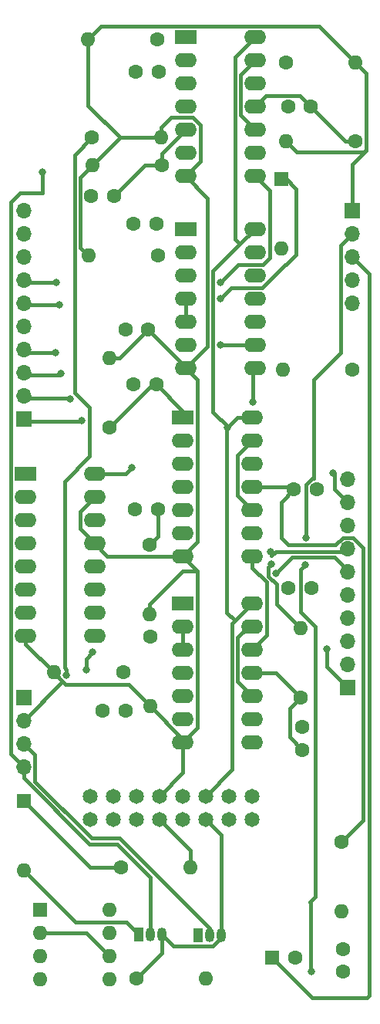
<source format=gbr>
%TF.GenerationSoftware,KiCad,Pcbnew,7.0.9-7.0.9~ubuntu22.04.1*%
%TF.CreationDate,2024-02-03T20:02:18-05:00*%
%TF.ProjectId,deca-ring-counter,64656361-2d72-4696-9e67-2d636f756e74,rev?*%
%TF.SameCoordinates,Original*%
%TF.FileFunction,Copper,L2,Bot*%
%TF.FilePolarity,Positive*%
%FSLAX46Y46*%
G04 Gerber Fmt 4.6, Leading zero omitted, Abs format (unit mm)*
G04 Created by KiCad (PCBNEW 7.0.9-7.0.9~ubuntu22.04.1) date 2024-02-03 20:02:18*
%MOMM*%
%LPD*%
G01*
G04 APERTURE LIST*
%TA.AperFunction,ComponentPad*%
%ADD10R,1.050000X1.500000*%
%TD*%
%TA.AperFunction,ComponentPad*%
%ADD11O,1.050000X1.500000*%
%TD*%
%TA.AperFunction,ComponentPad*%
%ADD12C,1.600000*%
%TD*%
%TA.AperFunction,ComponentPad*%
%ADD13O,1.600000X1.600000*%
%TD*%
%TA.AperFunction,ComponentPad*%
%ADD14R,1.600000X1.600000*%
%TD*%
%TA.AperFunction,ComponentPad*%
%ADD15R,1.700000X1.700000*%
%TD*%
%TA.AperFunction,ComponentPad*%
%ADD16O,1.700000X1.700000*%
%TD*%
%TA.AperFunction,ComponentPad*%
%ADD17R,2.400000X1.600000*%
%TD*%
%TA.AperFunction,ComponentPad*%
%ADD18O,2.400000X1.600000*%
%TD*%
%TA.AperFunction,ComponentPad*%
%ADD19C,1.651000*%
%TD*%
%TA.AperFunction,ViaPad*%
%ADD20C,0.800000*%
%TD*%
%TA.AperFunction,Conductor*%
%ADD21C,0.400000*%
%TD*%
G04 APERTURE END LIST*
D10*
%TO.P,Q2,1,C*%
%TO.N,GND*%
X170230000Y-142820000D03*
D11*
%TO.P,Q2,2,B*%
%TO.N,/Circuit panel/reset in*%
X171500000Y-142820000D03*
%TO.P,Q2,3,E*%
%TO.N,+5V*%
X172770000Y-142820000D03*
%TD*%
D12*
%TO.P,R8,1*%
%TO.N,Net-(D11-K)*%
X161790000Y-135360000D03*
D13*
%TO.P,R8,2*%
%TO.N,GND*%
X169410000Y-135360000D03*
%TD*%
D12*
%TO.P,R6,1*%
%TO.N,Net-(U6E-I)*%
X187500000Y-55660000D03*
D13*
%TO.P,R6,2*%
%TO.N,GND*%
X179880000Y-55660000D03*
%TD*%
D12*
%TO.P,C8,1*%
%TO.N,Net-(D22-A)*%
X162293000Y-76376000D03*
%TO.P,C8,2*%
%TO.N,GND*%
X164793000Y-76376000D03*
%TD*%
%TO.P,R7,1*%
%TO.N,Net-(U3A-I)*%
X165849000Y-68248000D03*
D13*
%TO.P,R7,2*%
%TO.N,GND*%
X158229000Y-68248000D03*
%TD*%
%TO.P,D22,2,A*%
%TO.N,Net-(D22-A)*%
X179400000Y-67420000D03*
D14*
%TO.P,D22,1,K*%
%TO.N,Net-(D22-K)*%
X179400000Y-59800000D03*
%TD*%
D12*
%TO.P,C12,1*%
%TO.N,Net-(U8C-I)*%
X165850000Y-96060000D03*
%TO.P,C12,2*%
%TO.N,/Circuit panel/trigger step 5*%
X163350000Y-96060000D03*
%TD*%
D14*
%TO.P,D11,1,K*%
%TO.N,Net-(D11-K)*%
X151100000Y-128050000D03*
D13*
%TO.P,D11,2,A*%
%TO.N,Net-(D11-A)*%
X151100000Y-135670000D03*
%TD*%
D12*
%TO.P,R2,1*%
%TO.N,Net-(U6A-I)*%
X165810000Y-44460000D03*
D13*
%TO.P,R2,2*%
%TO.N,GND*%
X158190000Y-44460000D03*
%TD*%
D15*
%TO.P,J5,1,Pin_1*%
%TO.N,/Circuit panel/gate_out*%
X151090000Y-116687531D03*
D16*
%TO.P,J5,2,Pin_2*%
%TO.N,GND*%
X151090000Y-119227531D03*
%TO.P,J5,3,Pin_3*%
%TO.N,/Circuit panel/reset in*%
X151090000Y-121767531D03*
%TO.P,J5,4,Pin_4*%
%TO.N,/Circuit panel/clock in*%
X151090000Y-124307531D03*
%TD*%
D17*
%TO.P,U3,1,I*%
%TO.N,Net-(U3A-I)*%
X168900000Y-65320000D03*
D18*
%TO.P,U3,2,O*%
%TO.N,Net-(U3A-O)*%
X168900000Y-67860000D03*
%TO.P,U3,3,I*%
X168900000Y-70400000D03*
%TO.P,U3,4,O*%
%TO.N,Net-(U1B-O)*%
X168900000Y-72940000D03*
%TO.P,U3,5,I*%
X168900000Y-75480000D03*
%TO.P,U3,6,O*%
%TO.N,Net-(D22-K)*%
X168900000Y-78020000D03*
%TO.P,U3,7,VSS*%
%TO.N,GND*%
X168900000Y-80560000D03*
%TO.P,U3,8,O*%
%TO.N,/Circuit panel/gate_out*%
X176520000Y-80560000D03*
%TO.P,U3,9,I*%
%TO.N,Net-(D22-A)*%
X176520000Y-78020000D03*
%TO.P,U3,10*%
%TO.N,N/C*%
X176520000Y-75480000D03*
%TO.P,U3,11*%
X176520000Y-72940000D03*
%TO.P,U3,12*%
X176520000Y-70400000D03*
%TO.P,U3,13*%
X176520000Y-67860000D03*
%TO.P,U3,14,VDD*%
%TO.N,+5V*%
X176520000Y-65320000D03*
%TD*%
D15*
%TO.P,J10,1,Pin_1*%
%TO.N,/Circuit panel/trigger step 10*%
X186680000Y-115651643D03*
D16*
%TO.P,J10,2,Pin_2*%
%TO.N,/Circuit panel/trigger step 9*%
X186680000Y-113111643D03*
%TO.P,J10,3,Pin_3*%
%TO.N,/Circuit panel/trigger step 8*%
X186680000Y-110571643D03*
%TO.P,J10,4,Pin_4*%
%TO.N,/Circuit panel/trigger step 7*%
X186680000Y-108031643D03*
%TO.P,J10,5,Pin_5*%
%TO.N,/Circuit panel/trigger step 6*%
X186680000Y-105491643D03*
%TO.P,J10,6,Pin_6*%
%TO.N,/Circuit panel/trigger step 5*%
X186680000Y-102951643D03*
%TO.P,J10,7,Pin_7*%
%TO.N,/Circuit panel/trigger step 4*%
X186680000Y-100411643D03*
%TO.P,J10,8,Pin_8*%
%TO.N,/Circuit panel/trigger step 3*%
X186680000Y-97871643D03*
%TO.P,J10,9,Pin_9*%
%TO.N,/Circuit panel/trigger step 2*%
X186680000Y-95331643D03*
%TO.P,J10,10,Pin_10*%
%TO.N,/Circuit panel/trigger step 1*%
X186680000Y-92791643D03*
%TD*%
D12*
%TO.P,C3,1*%
%TO.N,Net-(U1E-I)*%
X181700000Y-122460000D03*
%TO.P,C3,2*%
%TO.N,/Circuit panel/trigger step 9*%
X181700000Y-119960000D03*
%TD*%
%TO.P,C2,1*%
%TO.N,Net-(U6A-I)*%
X165934000Y-48072000D03*
%TO.P,C2,2*%
%TO.N,/Circuit panel/trigger step 1*%
X163434000Y-48072000D03*
%TD*%
D15*
%TO.P,J8,1,Pin_1*%
%TO.N,/Circuit panel/step 10*%
X151168140Y-86149174D03*
D16*
%TO.P,J8,2,Pin_2*%
%TO.N,/Circuit panel/step 9*%
X151168140Y-83609174D03*
%TO.P,J8,3,Pin_3*%
%TO.N,/Circuit panel/step 8*%
X151168140Y-81069174D03*
%TO.P,J8,4,Pin_4*%
%TO.N,/Circuit panel/step 7*%
X151168140Y-78529174D03*
%TO.P,J8,5,Pin_5*%
%TO.N,/Circuit panel/step 6*%
X151168140Y-75989174D03*
%TO.P,J8,6,Pin_6*%
%TO.N,/Circuit panel/step 5*%
X151168140Y-73449174D03*
%TO.P,J8,7,Pin_7*%
%TO.N,/Circuit panel/step 4*%
X151168140Y-70909174D03*
%TO.P,J8,8,Pin_8*%
%TO.N,/Circuit panel/step 3*%
X151168140Y-68369174D03*
%TO.P,J8,9,Pin_9*%
%TO.N,/Circuit panel/step 2*%
X151168140Y-65829174D03*
%TO.P,J8,10,Pin_10*%
%TO.N,/Circuit panel/step 1*%
X151168140Y-63289174D03*
%TD*%
D12*
%TO.P,C4,1*%
%TO.N,Net-(U6C-I)*%
X161034000Y-61722000D03*
%TO.P,C4,2*%
%TO.N,/Circuit panel/trigger step 2*%
X158534000Y-61722000D03*
%TD*%
D14*
%TO.P,U4,1,GND*%
%TO.N,GND*%
X152920000Y-140007531D03*
D13*
%TO.P,U4,2,TR*%
%TO.N,/Circuit panel/clock rate 2*%
X152920000Y-142547531D03*
%TO.P,U4,3,Q*%
%TO.N,Net-(U2-CLK)*%
X152920000Y-145087531D03*
%TO.P,U4,4,R*%
%TO.N,Net-(D11-K)*%
X152920000Y-147627531D03*
%TO.P,U4,5,CV*%
%TO.N,Net-(U4-CV)*%
X160540000Y-147627531D03*
%TO.P,U4,6,THR*%
%TO.N,/Circuit panel/clock rate 2*%
X160540000Y-145087531D03*
%TO.P,U4,7,DIS*%
%TO.N,/Circuit panel/clock rate 1*%
X160540000Y-142547531D03*
%TO.P,U4,8,VCC*%
%TO.N,+5V*%
X160540000Y-140007531D03*
%TD*%
D12*
%TO.P,C10,1*%
%TO.N,Net-(U8A-I)*%
X165684000Y-82372000D03*
%TO.P,C10,2*%
%TO.N,/Circuit panel/trigger step 4*%
X163184000Y-82372000D03*
%TD*%
D17*
%TO.P,U2,1,Q5*%
%TO.N,/Circuit panel/step 6*%
X151300000Y-92200000D03*
D18*
%TO.P,U2,2,Q1*%
%TO.N,/Circuit panel/step 2*%
X151300000Y-94740000D03*
%TO.P,U2,3,Q0*%
%TO.N,/Circuit panel/step 1*%
X151300000Y-97280000D03*
%TO.P,U2,4,Q2*%
%TO.N,/Circuit panel/step 3*%
X151300000Y-99820000D03*
%TO.P,U2,5,Q6*%
%TO.N,/Circuit panel/step 7*%
X151300000Y-102360000D03*
%TO.P,U2,6,Q7*%
%TO.N,/Circuit panel/step 8*%
X151300000Y-104900000D03*
%TO.P,U2,7,Q3*%
%TO.N,/Circuit panel/step 4*%
X151300000Y-107440000D03*
%TO.P,U2,8,VSS*%
%TO.N,GND*%
X151300000Y-109980000D03*
%TO.P,U2,9,Q8*%
%TO.N,/Circuit panel/step 9*%
X158920000Y-109980000D03*
%TO.P,U2,10,Q4*%
%TO.N,/Circuit panel/step 5*%
X158920000Y-107440000D03*
%TO.P,U2,11,Q9*%
%TO.N,/Circuit panel/step 10*%
X158920000Y-104900000D03*
%TO.P,U2,12,Cout*%
%TO.N,unconnected-(U2-Cout-Pad12)*%
X158920000Y-102360000D03*
%TO.P,U2,13,CKEN*%
%TO.N,GND*%
X158920000Y-99820000D03*
%TO.P,U2,14,CLK*%
%TO.N,Net-(U2-CLK)*%
X158920000Y-97280000D03*
%TO.P,U2,15,Reset*%
%TO.N,GND*%
X158920000Y-94740000D03*
%TO.P,U2,16,VDD*%
%TO.N,+5V*%
X158920000Y-92200000D03*
%TD*%
D10*
%TO.P,Q1,1,C*%
%TO.N,Net-(D11-A)*%
X163730000Y-142720000D03*
D11*
%TO.P,Q1,2,B*%
%TO.N,/Circuit panel/clock in*%
X165000000Y-142720000D03*
%TO.P,Q1,3,E*%
%TO.N,+5V*%
X166270000Y-142720000D03*
%TD*%
D12*
%TO.P,C6,1*%
%TO.N,Net-(U6E-I)*%
X182650000Y-51860000D03*
%TO.P,C6,2*%
%TO.N,/Circuit panel/trigger step 3*%
X180150000Y-51860000D03*
%TD*%
%TO.P,R24,1*%
%TO.N,+5V*%
X163490000Y-147560000D03*
D13*
%TO.P,R24,2*%
%TO.N,/Circuit panel/clock rate 1*%
X171110000Y-147560000D03*
%TD*%
D12*
%TO.P,R3,1*%
%TO.N,Net-(U1E-I)*%
X181500000Y-116680000D03*
D13*
%TO.P,R3,2*%
%TO.N,GND*%
X181500000Y-109060000D03*
%TD*%
D12*
%TO.P,R1,1*%
%TO.N,Net-(U1A-I)*%
X165000000Y-110050000D03*
D13*
%TO.P,R1,2*%
%TO.N,GND*%
X165000000Y-117670000D03*
%TD*%
D12*
%TO.P,R13,1*%
%TO.N,/Circuit panel/reset in*%
X158610000Y-55294000D03*
D13*
%TO.P,R13,2*%
%TO.N,GND*%
X166230000Y-55294000D03*
%TD*%
D12*
%TO.P,R10,1*%
%TO.N,Net-(U8A-I)*%
X160534000Y-87122000D03*
D13*
%TO.P,R10,2*%
%TO.N,GND*%
X160534000Y-79502000D03*
%TD*%
D12*
%TO.P,R5,1*%
%TO.N,Net-(U1C-I)*%
X162010000Y-113960000D03*
D13*
%TO.P,R5,2*%
%TO.N,GND*%
X154390000Y-113960000D03*
%TD*%
D12*
%TO.P,R4,1*%
%TO.N,Net-(U6C-I)*%
X166254000Y-58342000D03*
D13*
%TO.P,R4,2*%
%TO.N,GND*%
X158634000Y-58342000D03*
%TD*%
D12*
%TO.P,C7,1*%
%TO.N,Net-(U3A-I)*%
X165684000Y-64772000D03*
%TO.P,C7,2*%
%TO.N,/Circuit panel/trigger step 10*%
X163184000Y-64772000D03*
%TD*%
%TO.P,C13,1*%
%TO.N,Net-(U4-CV)*%
X186200000Y-146810000D03*
%TO.P,C13,2*%
%TO.N,GND*%
X186200000Y-144310000D03*
%TD*%
%TO.P,R25,1*%
%TO.N,Net-(D22-A)*%
X187200000Y-80760000D03*
D13*
%TO.P,R25,2*%
%TO.N,/Circuit panel/gate length*%
X179580000Y-80760000D03*
%TD*%
D15*
%TO.P,J9,1,Pin_1*%
%TO.N,GND*%
X187210000Y-63299531D03*
D16*
%TO.P,J9,2,Pin_2*%
%TO.N,/Circuit panel/clock rate 1*%
X187210000Y-65839531D03*
%TO.P,J9,3,Pin_3*%
%TO.N,/Circuit panel/clock rate 2*%
X187210000Y-68379531D03*
%TO.P,J9,4,Pin_4*%
%TO.N,/Circuit panel/gate length*%
X187210000Y-70919531D03*
%TO.P,J9,5,Pin_5*%
%TO.N,+5V*%
X187210000Y-73459531D03*
%TD*%
D12*
%TO.P,C5,1*%
%TO.N,Net-(U1C-I)*%
X159800000Y-118160000D03*
%TO.P,C5,2*%
%TO.N,/Circuit panel/trigger step 8*%
X162300000Y-118160000D03*
%TD*%
%TO.P,R12,1*%
%TO.N,Net-(U8C-I)*%
X164900000Y-99950000D03*
D13*
%TO.P,R12,2*%
%TO.N,GND*%
X164900000Y-107570000D03*
%TD*%
D12*
%TO.P,C11,1*%
%TO.N,Net-(U8E-I)*%
X180800000Y-93860000D03*
%TO.P,C11,2*%
%TO.N,/Circuit panel/trigger step 6*%
X183300000Y-93860000D03*
%TD*%
%TO.P,R11,1*%
%TO.N,Net-(U8E-I)*%
X186000000Y-132550000D03*
D13*
%TO.P,R11,2*%
%TO.N,GND*%
X186000000Y-140170000D03*
%TD*%
D18*
%TO.P,U1,14,VDD*%
%TO.N,+5V*%
X176220000Y-106360000D03*
%TO.P,U1,13,I*%
%TO.N,Net-(U1E-O)*%
X176220000Y-108900000D03*
%TO.P,U1,12,O*%
%TO.N,Net-(U1B-O)*%
X176220000Y-111440000D03*
%TO.P,U1,11,I*%
%TO.N,Net-(U1E-I)*%
X176220000Y-113980000D03*
%TO.P,U1,10,O*%
%TO.N,Net-(U1E-O)*%
X176220000Y-116520000D03*
%TO.P,U1,9,I*%
%TO.N,Net-(U1C-O)*%
X176220000Y-119060000D03*
%TO.P,U1,8,O*%
%TO.N,Net-(U1B-O)*%
X176220000Y-121600000D03*
%TO.P,U1,7,VSS*%
%TO.N,GND*%
X168600000Y-121600000D03*
%TO.P,U1,6,O*%
%TO.N,Net-(U1C-O)*%
X168600000Y-119060000D03*
%TO.P,U1,5,I*%
%TO.N,Net-(U1C-I)*%
X168600000Y-116520000D03*
%TO.P,U1,4,O*%
%TO.N,Net-(U1B-O)*%
X168600000Y-113980000D03*
%TO.P,U1,3,I*%
%TO.N,Net-(U1A-O)*%
X168600000Y-111440000D03*
%TO.P,U1,2,O*%
X168600000Y-108900000D03*
D17*
%TO.P,U1,1,I*%
%TO.N,Net-(U1A-I)*%
X168600000Y-106360000D03*
%TD*%
%TO.P,U8,1,I*%
%TO.N,Net-(U8A-I)*%
X168600000Y-85960000D03*
D18*
%TO.P,U8,2,O*%
%TO.N,Net-(U8A-O)*%
X168600000Y-88500000D03*
%TO.P,U8,3,I*%
X168600000Y-91040000D03*
%TO.P,U8,4,O*%
%TO.N,Net-(U1B-O)*%
X168600000Y-93580000D03*
%TO.P,U8,5,I*%
%TO.N,Net-(U8C-I)*%
X168600000Y-96120000D03*
%TO.P,U8,6,O*%
%TO.N,Net-(U8C-O)*%
X168600000Y-98660000D03*
%TO.P,U8,7,VSS*%
%TO.N,GND*%
X168600000Y-101200000D03*
%TO.P,U8,8,O*%
%TO.N,Net-(U1B-O)*%
X176220000Y-101200000D03*
%TO.P,U8,9,I*%
%TO.N,Net-(U8C-O)*%
X176220000Y-98660000D03*
%TO.P,U8,10,O*%
%TO.N,Net-(U8E-O)*%
X176220000Y-96120000D03*
%TO.P,U8,11,I*%
%TO.N,Net-(U8E-I)*%
X176220000Y-93580000D03*
%TO.P,U8,12,O*%
%TO.N,Net-(U1B-O)*%
X176220000Y-91040000D03*
%TO.P,U8,13,I*%
%TO.N,Net-(U8E-O)*%
X176220000Y-88500000D03*
%TO.P,U8,14,VDD*%
%TO.N,+5V*%
X176220000Y-85960000D03*
%TD*%
D12*
%TO.P,C1,1*%
%TO.N,Net-(U1A-I)*%
X180200000Y-104660000D03*
%TO.P,C1,2*%
%TO.N,/Circuit panel/trigger step 7*%
X182700000Y-104660000D03*
%TD*%
%TO.P,R9,1*%
%TO.N,/Circuit panel/clock in*%
X179900000Y-47060000D03*
D13*
%TO.P,R9,2*%
%TO.N,GND*%
X187520000Y-47060000D03*
%TD*%
D17*
%TO.P,U6,1,I*%
%TO.N,Net-(U6A-I)*%
X168900000Y-44260000D03*
D18*
%TO.P,U6,2,O*%
%TO.N,Net-(U6A-O)*%
X168900000Y-46800000D03*
%TO.P,U6,3,I*%
X168900000Y-49340000D03*
%TO.P,U6,4,O*%
%TO.N,Net-(U1B-O)*%
X168900000Y-51880000D03*
%TO.P,U6,5,I*%
%TO.N,Net-(U6C-I)*%
X168900000Y-54420000D03*
%TO.P,U6,6,O*%
%TO.N,Net-(U6C-O)*%
X168900000Y-56960000D03*
%TO.P,U6,7,VSS*%
%TO.N,GND*%
X168900000Y-59500000D03*
%TO.P,U6,8,O*%
%TO.N,Net-(U1B-O)*%
X176520000Y-59500000D03*
%TO.P,U6,9,I*%
%TO.N,Net-(U6C-O)*%
X176520000Y-56960000D03*
%TO.P,U6,10,O*%
%TO.N,Net-(U6E-O)*%
X176520000Y-54420000D03*
%TO.P,U6,11,I*%
%TO.N,Net-(U6E-I)*%
X176520000Y-51880000D03*
%TO.P,U6,12,O*%
%TO.N,Net-(U1B-O)*%
X176520000Y-49340000D03*
%TO.P,U6,13,I*%
%TO.N,Net-(U6E-O)*%
X176520000Y-46800000D03*
%TO.P,U6,14,VDD*%
%TO.N,+5V*%
X176520000Y-44260000D03*
%TD*%
D14*
%TO.P,C9,1*%
%TO.N,/Circuit panel/clock rate 2*%
X178400000Y-145260000D03*
D12*
%TO.P,C9,2*%
%TO.N,GND*%
X180900000Y-145260000D03*
%TD*%
D19*
%TO.P,H2,1,Gate*%
%TO.N,unconnected-(H2-Gate-Pad1)*%
X176160000Y-130100000D03*
%TO.P,H2,2,Gate*%
%TO.N,unconnected-(H2-Gate-Pad2)*%
X176160000Y-127560000D03*
%TO.P,H2,3,CV*%
%TO.N,unconnected-(H2-CV-Pad3)*%
X173620000Y-130100000D03*
%TO.P,H2,4,CV*%
%TO.N,unconnected-(H2-CV-Pad4)*%
X173620000Y-127560000D03*
%TO.P,H2,5,+5V*%
%TO.N,+5V*%
X171080000Y-130100000D03*
%TO.P,H2,6,+5v*%
X171080000Y-127560000D03*
%TO.P,H2,7,+12V*%
%TO.N,unconnected-(H2-+12V-Pad7)*%
X168540000Y-130100000D03*
%TO.P,H2,8,+12V*%
%TO.N,unconnected-(H2-+12V-Pad8)*%
X168540000Y-127560000D03*
%TO.P,H2,9,GND*%
%TO.N,GND*%
X166000000Y-130100000D03*
%TO.P,H2,10,GND*%
X166000000Y-127560000D03*
%TO.P,H2,11,GND*%
X163460000Y-130100000D03*
%TO.P,H2,12,GND*%
X163460000Y-127560000D03*
%TO.P,H2,13,GND*%
X160920000Y-130100000D03*
%TO.P,H2,14,GND*%
X160920000Y-127560000D03*
%TO.P,H2,15,-12V*%
%TO.N,unconnected-(H2--12V-Pad15)*%
X158380000Y-130100000D03*
%TO.P,H2,16,-12V*%
%TO.N,unconnected-(H2--12V-Pad16)*%
X158380000Y-127560000D03*
%TD*%
D20*
%TO.N,GND*%
X178300000Y-102100000D03*
%TO.N,Net-(U1B-O)*%
X172700000Y-71200000D03*
%TO.N,+5V*%
X163000000Y-91500000D03*
X173500000Y-87100000D03*
%TO.N,/Circuit panel/clock rate 1*%
X182700000Y-146800000D03*
%TO.N,/Circuit panel/clock in*%
X153200000Y-59060000D03*
%TO.N,/Circuit panel/reset in*%
X155806154Y-114245489D03*
%TO.N,Net-(U2-CLK)*%
X158000000Y-113660000D03*
X158700000Y-111760000D03*
%TO.N,/Circuit panel/clock rate 1*%
X182000000Y-102160000D03*
X182100000Y-99160000D03*
%TO.N,/Circuit panel/step 7*%
X154599500Y-78860000D03*
%TO.N,/Circuit panel/step 8*%
X155199500Y-81160000D03*
%TO.N,/Circuit panel/step 4*%
X154700000Y-71160000D03*
%TO.N,/Circuit panel/step 9*%
X156249500Y-83960000D03*
%TO.N,/Circuit panel/step 5*%
X155049500Y-73660000D03*
%TO.N,/Circuit panel/step 10*%
X157500000Y-86360000D03*
%TO.N,Net-(D22-A)*%
X172700000Y-78060000D03*
%TO.N,/Circuit panel/gate_out*%
X176300000Y-84260000D03*
%TO.N,/Circuit panel/trigger step 10*%
X184400000Y-111360000D03*
%TO.N,/Circuit panel/trigger step 4*%
X178200000Y-100760000D03*
%TO.N,/Circuit panel/trigger step 5*%
X178800500Y-103060500D03*
%TO.N,/Circuit panel/trigger step 2*%
X185100000Y-92060000D03*
%TO.N,Net-(D22-K)*%
X172700500Y-72960000D03*
%TD*%
D21*
%TO.N,Net-(D22-K)*%
X172700500Y-72960000D02*
X173920500Y-71740000D01*
X181000000Y-60890000D02*
X179800000Y-59690000D01*
X173920500Y-71740000D02*
X177277056Y-71740000D01*
X177277056Y-71740000D02*
X179800000Y-69217056D01*
X179800000Y-69217056D02*
X179882944Y-69217056D01*
X179882944Y-69217056D02*
X181000000Y-68100000D01*
X181000000Y-68100000D02*
X181000000Y-60890000D01*
%TO.N,Net-(U8E-I)*%
X180800000Y-93860000D02*
X179400000Y-95260000D01*
X180188357Y-99960000D02*
X185363876Y-99960000D01*
X179400000Y-95260000D02*
X179400000Y-99171643D01*
X187249410Y-99161643D02*
X188400000Y-100312233D01*
X179400000Y-99171643D02*
X180188357Y-99960000D01*
X185363876Y-99960000D02*
X186162233Y-99161643D01*
X186162233Y-99161643D02*
X187249410Y-99161643D01*
X188400000Y-100312233D02*
X188400000Y-130150000D01*
X188400000Y-130150000D02*
X186000000Y-132550000D01*
%TO.N,GND*%
X166230000Y-55294000D02*
X166230000Y-54162630D01*
X166230000Y-54162630D02*
X167312630Y-53080000D01*
X167312630Y-53080000D02*
X169657056Y-53080000D01*
X169657056Y-53080000D02*
X170500000Y-53922944D01*
X170500000Y-53922944D02*
X170500000Y-57900000D01*
X170500000Y-57900000D02*
X168900000Y-59500000D01*
%TO.N,Net-(U1B-O)*%
X176220000Y-111440000D02*
X177820000Y-109840000D01*
X177820000Y-109840000D02*
X177820000Y-104059899D01*
X176220000Y-102459899D02*
X176220000Y-101200000D01*
X177820000Y-104059899D02*
X176220000Y-102459899D01*
%TO.N,GND*%
X178300000Y-102100000D02*
X178000500Y-102399500D01*
X178000500Y-102399500D02*
X178000500Y-103391871D01*
X178900000Y-106460000D02*
X181500000Y-109060000D01*
X178000500Y-103391871D02*
X178900000Y-104291371D01*
X178900000Y-104291371D02*
X178900000Y-106460000D01*
X178300000Y-102100000D02*
X178000000Y-102400000D01*
%TO.N,/Circuit panel/trigger step 5*%
X187000000Y-103060000D02*
X187000000Y-103220000D01*
X178800500Y-103060500D02*
X180581000Y-101280000D01*
X180581000Y-101280000D02*
X185220000Y-101280000D01*
X185220000Y-101280000D02*
X187000000Y-103060000D01*
%TO.N,GND*%
X154390000Y-113960000D02*
X151300000Y-110870000D01*
X151300000Y-110870000D02*
X151300000Y-109980000D01*
%TO.N,/Circuit panel/clock rate 1*%
X187210000Y-65839531D02*
X185960000Y-67089531D01*
X185960000Y-67089531D02*
X185960000Y-78900000D01*
X185960000Y-78900000D02*
X183000000Y-81860000D01*
%TO.N,Net-(U1B-O)*%
X172700000Y-71200000D02*
X174700000Y-69200000D01*
X174700000Y-69200000D02*
X177417056Y-69200000D01*
X177417056Y-69200000D02*
X178120000Y-68497056D01*
X178120000Y-68497056D02*
X178120000Y-61100000D01*
X178120000Y-61100000D02*
X176520000Y-59500000D01*
X168900000Y-75480000D02*
X168900000Y-72940000D01*
%TO.N,GND*%
X158634000Y-58342000D02*
X157334000Y-59642000D01*
X157334000Y-59642000D02*
X157334000Y-67353000D01*
X157334000Y-67353000D02*
X158229000Y-68248000D01*
X187210000Y-63299531D02*
X187210000Y-58190000D01*
X187210000Y-58190000D02*
X188700000Y-56700000D01*
X187520000Y-47060000D02*
X188700000Y-48240000D01*
X188700000Y-48240000D02*
X188700000Y-56700000D01*
X188700000Y-56700000D02*
X188500000Y-56900000D01*
X188500000Y-56900000D02*
X181120000Y-56900000D01*
X181120000Y-56900000D02*
X179880000Y-55660000D01*
X158190000Y-44460000D02*
X159590000Y-43060000D01*
X159590000Y-43060000D02*
X183520000Y-43060000D01*
X183520000Y-43060000D02*
X187520000Y-47060000D01*
X161682000Y-55294000D02*
X158190000Y-51802000D01*
X158190000Y-51802000D02*
X158190000Y-44460000D01*
X166230000Y-55294000D02*
X161682000Y-55294000D01*
X161682000Y-55294000D02*
X158634000Y-58342000D01*
%TO.N,+5V*%
X163000000Y-91500000D02*
X162300000Y-92200000D01*
X162300000Y-92200000D02*
X158920000Y-92200000D01*
X173500000Y-87080000D02*
X173540000Y-87040000D01*
X173500000Y-87100000D02*
X173500000Y-87080000D01*
X173480000Y-87100000D02*
X173500000Y-87100000D01*
%TO.N,/Circuit panel/clock rate 1*%
X182600000Y-139060000D02*
X182600000Y-146700000D01*
X182600000Y-146700000D02*
X182700000Y-146800000D01*
%TO.N,GND*%
X169410000Y-135360000D02*
X169410000Y-133510000D01*
X169410000Y-133510000D02*
X166000000Y-130100000D01*
%TO.N,/Circuit panel/clock in*%
X153200000Y-59060000D02*
X153200000Y-61360000D01*
X149700000Y-122917531D02*
X151090000Y-124307531D01*
X153200000Y-61360000D02*
X150682233Y-61360000D01*
X150682233Y-61360000D02*
X149700000Y-62342233D01*
X149700000Y-62342233D02*
X149700000Y-122917531D01*
%TO.N,GND*%
X155730000Y-115300000D02*
X155465000Y-115035000D01*
X155282531Y-115035000D02*
X155465000Y-115035000D01*
X155465000Y-115035000D02*
X154390000Y-113960000D01*
X151090000Y-119227531D02*
X155282531Y-115035000D01*
X165000000Y-117670000D02*
X162630000Y-115300000D01*
X162630000Y-115300000D02*
X155730000Y-115300000D01*
X168600000Y-121600000D02*
X168600000Y-121270000D01*
X168600000Y-121270000D02*
X165000000Y-117670000D01*
X164900000Y-107570000D02*
X164900000Y-106438630D01*
X164900000Y-106438630D02*
X168538630Y-102800000D01*
X168538630Y-102800000D02*
X170200000Y-102800000D01*
X158920000Y-99820000D02*
X157320000Y-98220000D01*
X157320000Y-98220000D02*
X157320000Y-96340000D01*
X157320000Y-96340000D02*
X158920000Y-94740000D01*
X168600000Y-101200000D02*
X160300000Y-101200000D01*
X160300000Y-101200000D02*
X158920000Y-99820000D01*
X164793000Y-76376000D02*
X161667000Y-79502000D01*
X161667000Y-79502000D02*
X160534000Y-79502000D01*
X168900000Y-80560000D02*
X168900000Y-80483000D01*
X168900000Y-80483000D02*
X164793000Y-76376000D01*
X168900000Y-80560000D02*
X171300000Y-78160000D01*
X171300000Y-78160000D02*
X171300000Y-61900000D01*
X171300000Y-61900000D02*
X168900000Y-59500000D01*
X168600000Y-101200000D02*
X170200000Y-99600000D01*
X170200000Y-99600000D02*
X170200000Y-81860000D01*
X170200000Y-81860000D02*
X168900000Y-80560000D01*
X168600000Y-121600000D02*
X170200000Y-120000000D01*
X170200000Y-120000000D02*
X170200000Y-102800000D01*
X170200000Y-102800000D02*
X168600000Y-101200000D01*
X166000000Y-127560000D02*
X168600000Y-124960000D01*
X168600000Y-124960000D02*
X168600000Y-121600000D01*
%TO.N,+5V*%
X174870000Y-66970000D02*
X176520000Y-65320000D01*
X171900000Y-69940000D02*
X174870000Y-66970000D01*
X174870000Y-66970000D02*
X174320000Y-66420000D01*
X174320000Y-46460000D02*
X176520000Y-44260000D01*
X174320000Y-66420000D02*
X174320000Y-46460000D01*
X173540000Y-87040000D02*
X174620000Y-85960000D01*
X173420000Y-87160000D02*
X173480000Y-87100000D01*
X173540000Y-87040000D02*
X171900000Y-85400000D01*
X171900000Y-85400000D02*
X171900000Y-69940000D01*
X174290000Y-108290000D02*
X176220000Y-106360000D01*
X174020000Y-108560000D02*
X174290000Y-108290000D01*
X174290000Y-108290000D02*
X173420000Y-107420000D01*
X173420000Y-107420000D02*
X173420000Y-87160000D01*
X174620000Y-85960000D02*
X176220000Y-85960000D01*
X171080000Y-127560000D02*
X174020000Y-124620000D01*
X174020000Y-124620000D02*
X174020000Y-108560000D01*
X166270000Y-142720000D02*
X166270000Y-144780000D01*
X166270000Y-144780000D02*
X163490000Y-147560000D01*
X172770000Y-142820000D02*
X172770000Y-143083148D01*
X172770000Y-143083148D02*
X171883148Y-143970000D01*
X171883148Y-143970000D02*
X167520000Y-143970000D01*
X167520000Y-143970000D02*
X166270000Y-142720000D01*
X171080000Y-130100000D02*
X172770000Y-131790000D01*
X172770000Y-131790000D02*
X172770000Y-142820000D01*
%TO.N,Net-(D11-K)*%
X158410000Y-135360000D02*
X151100000Y-128050000D01*
X161790000Y-135360000D02*
X158410000Y-135360000D01*
%TO.N,Net-(D11-A)*%
X162357531Y-141347531D02*
X156777531Y-141347531D01*
X163730000Y-142720000D02*
X162357531Y-141347531D01*
X156777531Y-141347531D02*
X151100000Y-135670000D01*
%TO.N,/Circuit panel/clock in*%
X151090000Y-124307531D02*
X151090000Y-125509612D01*
X165000000Y-136408528D02*
X165000000Y-142720000D01*
X151090000Y-125509612D02*
X158351472Y-132771084D01*
X161362556Y-132771084D02*
X165000000Y-136408528D01*
X158351472Y-132771084D02*
X161362556Y-132771084D01*
%TO.N,/Circuit panel/reset in*%
X158600000Y-132171084D02*
X161611084Y-132171084D01*
X161611084Y-132171084D02*
X171500000Y-142060000D01*
X155806154Y-113679097D02*
X155580000Y-113452943D01*
X155580000Y-113452943D02*
X155580000Y-92980000D01*
X158300000Y-84879129D02*
X156734000Y-83313129D01*
X152340000Y-125911084D02*
X158600000Y-132171084D01*
X151090000Y-121767531D02*
X152340000Y-123017531D01*
X171500000Y-142060000D02*
X171500000Y-142820000D01*
X155806154Y-114245489D02*
X155806154Y-113679097D01*
X156734000Y-57170000D02*
X158610000Y-55294000D01*
X158300000Y-90260000D02*
X158300000Y-84879129D01*
X156734000Y-83313129D02*
X156734000Y-57170000D01*
X152340000Y-123017531D02*
X152340000Y-125911084D01*
X155580000Y-92980000D02*
X158300000Y-90260000D01*
%TO.N,/Circuit panel/clock rate 2*%
X187210000Y-68379531D02*
X189060000Y-70229531D01*
X152920000Y-142547531D02*
X158000000Y-142547531D01*
X188800000Y-149660000D02*
X182800000Y-149660000D01*
X182800000Y-149660000D02*
X178400000Y-145260000D01*
X158000000Y-142547531D02*
X160540000Y-145087531D01*
X189060000Y-149400000D02*
X188800000Y-149660000D01*
X189060000Y-70229531D02*
X189060000Y-149400000D01*
%TO.N,Net-(U2-CLK)*%
X158000000Y-113660000D02*
X158000000Y-112460000D01*
X158000000Y-112460000D02*
X158700000Y-111760000D01*
%TO.N,/Circuit panel/clock rate 1*%
X183000000Y-92660000D02*
X182802943Y-92660000D01*
X182000000Y-102160000D02*
X181500000Y-102660000D01*
X182100000Y-99160000D02*
X182100000Y-98860000D01*
X182802943Y-92660000D02*
X182100000Y-93362943D01*
X181500000Y-107362943D02*
X183100000Y-108962943D01*
X182600000Y-139060000D02*
X182600000Y-139160000D01*
X182600000Y-139160000D02*
X182500000Y-139160000D01*
X182100000Y-93362943D02*
X182100000Y-99160000D01*
X183100000Y-108962943D02*
X183100000Y-138560000D01*
X183100000Y-138560000D02*
X182600000Y-139060000D01*
X187210000Y-65839531D02*
X187210000Y-66450000D01*
X183000000Y-81860000D02*
X183000000Y-92660000D01*
X182500000Y-139160000D02*
X182700000Y-138960000D01*
X181500000Y-102660000D02*
X181500000Y-107362943D01*
%TO.N,Net-(U1A-O)*%
X168600000Y-111440000D02*
X168600000Y-108900000D01*
%TO.N,Net-(U1E-O)*%
X174620000Y-114920000D02*
X176220000Y-116520000D01*
X175820000Y-108900000D02*
X174620000Y-110100000D01*
X174620000Y-110100000D02*
X174620000Y-114920000D01*
X176220000Y-108900000D02*
X175820000Y-108900000D01*
%TO.N,Net-(U1E-I)*%
X180300000Y-121060000D02*
X181700000Y-122460000D01*
X180300000Y-117880000D02*
X180300000Y-121060000D01*
X176220000Y-113980000D02*
X178800000Y-113980000D01*
X178800000Y-113980000D02*
X181500000Y-116680000D01*
X181500000Y-116680000D02*
X180300000Y-117880000D01*
%TO.N,/Circuit panel/step 7*%
X154599500Y-78860000D02*
X151260000Y-78860000D01*
X151260000Y-78860000D02*
X151200000Y-78800000D01*
%TO.N,/Circuit panel/step 8*%
X155199500Y-81160000D02*
X155019500Y-81340000D01*
X155019500Y-81340000D02*
X151200000Y-81340000D01*
%TO.N,/Circuit panel/step 4*%
X151220000Y-71160000D02*
X151200000Y-71180000D01*
X154700000Y-71160000D02*
X151220000Y-71160000D01*
%TO.N,/Circuit panel/step 9*%
X156169500Y-83880000D02*
X151200000Y-83880000D01*
X156249500Y-83960000D02*
X156169500Y-83880000D01*
%TO.N,/Circuit panel/step 5*%
X155049500Y-73660000D02*
X151260000Y-73660000D01*
X151260000Y-73660000D02*
X151200000Y-73720000D01*
%TO.N,/Circuit panel/step 10*%
X157500000Y-86360000D02*
X157440000Y-86420000D01*
X157440000Y-86420000D02*
X151200000Y-86420000D01*
%TO.N,Net-(D22-A)*%
X176520000Y-78020000D02*
X172740000Y-78020000D01*
X172740000Y-78020000D02*
X172700000Y-78060000D01*
%TO.N,/Circuit panel/gate_out*%
X176300000Y-80780000D02*
X176520000Y-80560000D01*
X176300000Y-84260000D02*
X176300000Y-80780000D01*
%TO.N,Net-(U6C-I)*%
X166254000Y-58342000D02*
X164414000Y-58342000D01*
X164414000Y-58342000D02*
X161034000Y-61722000D01*
X166254000Y-57066000D02*
X168900000Y-54420000D01*
X166254000Y-58342000D02*
X166254000Y-57066000D01*
%TO.N,Net-(U6E-O)*%
X176520000Y-46800000D02*
X174920000Y-48400000D01*
X174920000Y-52820000D02*
X176520000Y-54420000D01*
X174920000Y-48400000D02*
X174920000Y-52820000D01*
%TO.N,Net-(U6E-I)*%
X186450000Y-55660000D02*
X187500000Y-55660000D01*
X176520000Y-51880000D02*
X177740000Y-50660000D01*
X182650000Y-51860000D02*
X186450000Y-55660000D01*
X177740000Y-50660000D02*
X181450000Y-50660000D01*
X181450000Y-50660000D02*
X182650000Y-51860000D01*
%TO.N,Net-(U8A-I)*%
X168600000Y-85288000D02*
X168600000Y-85960000D01*
X160534000Y-87122000D02*
X165284000Y-82372000D01*
X165284000Y-82372000D02*
X165684000Y-82372000D01*
X165684000Y-82372000D02*
X168600000Y-85288000D01*
%TO.N,Net-(U8C-I)*%
X165850000Y-99000000D02*
X164900000Y-99950000D01*
X165850000Y-96060000D02*
X165850000Y-99000000D01*
%TO.N,Net-(U8E-O)*%
X174620000Y-94520000D02*
X174620000Y-90100000D01*
X174620000Y-90100000D02*
X176220000Y-88500000D01*
X176220000Y-96120000D02*
X174620000Y-94520000D01*
%TO.N,Net-(U8E-I)*%
X176220000Y-93580000D02*
X180520000Y-93580000D01*
X180520000Y-93580000D02*
X180800000Y-93860000D01*
%TO.N,/Circuit panel/trigger step 10*%
X187000000Y-115920000D02*
X184400000Y-113320000D01*
X184400000Y-113320000D02*
X184400000Y-111360000D01*
X184400000Y-111360000D02*
X184400000Y-111260000D01*
%TO.N,/Circuit panel/trigger step 4*%
X178300000Y-101160000D02*
X178780000Y-100680000D01*
X178780000Y-100680000D02*
X187000000Y-100680000D01*
%TO.N,/Circuit panel/trigger step 2*%
X187000000Y-95600000D02*
X185280000Y-93880000D01*
X185280000Y-93880000D02*
X185280000Y-92240000D01*
X185280000Y-92240000D02*
X185100000Y-92060000D01*
%TD*%
M02*

</source>
